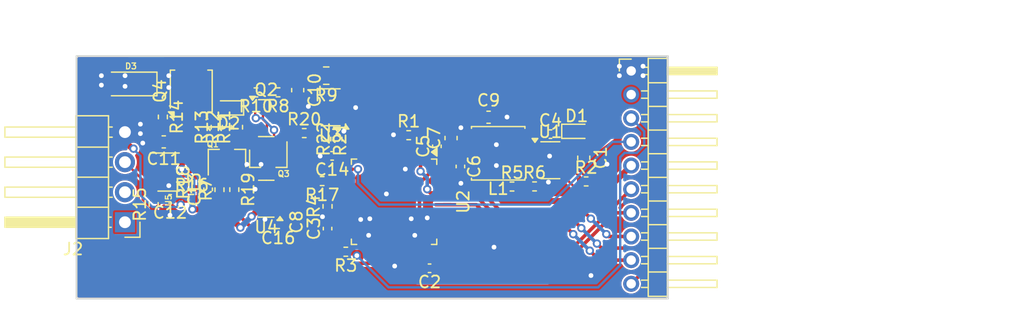
<source format=kicad_pcb>
(kicad_pcb (version 20241229) (generator "pcbnew") (generator_version "9.0")
  (layers (0 "F.Cu" mixed) (2 "B.Cu" mixed) (13 "F.Paste" user) (15 "B.Paste" user) (5 "F.SilkS" user "F.Silkscreen") (7 "B.SilkS" user "B.Silkscreen") (1 "F.Mask" user) (3 "B.Mask" user) (25 "Edge.Cuts" user))
  (net 0 "")
  (net 1 "GND")
  (net 2 "VBUS")
  (net 3 "UIN")
  (net 4 "+3V3")
  (net 5 "Net-(U5--)")
  (net 6 "C245_JUNC")
  (net 7 "IIN")
  (net 8 "USB_P")
  (net 9 "USB_N")
  (net 10 "OLED_SCL")
  (net 11 "OLED_SDA")
  (net 12 "Net-(D3-K)")
  (net 13 "Net-(D1-K)")
  (net 14 "INT_N")
  (net 15 "PWM")
  (net 16 "TTIP")
  (net 17 "Net-(Q1-C)")
  (net 18 "Net-(Q1-B)")
  (net 19 "TREF")
  (net 20 "Net-(C12-Pad1)")
  (net 21 "Net-(U5-+)")
  (net 22 "Net-(D2-A)")
  (net 23 "SW2")
  (net 24 "SW1")
  (net 25 "Net-(U1-BST)")
  (net 26 "Net-(Q2-C)")
  (net 27 "Net-(C11-Pad1)")
  (net 28 "Net-(C13-Pad2)")
  (net 29 "Net-(D2-K)")
  (net 31 "Net-(Q2-B)")
  (net 32 "Net-(Q2-E)")
  (net 33 "Net-(U1-EN)")
  (net 34 "Net-(U2-PB0)")
  (net 35 "Net-(U1-FB)")
  (net 36 "Net-(U4-Vout)")
  (net 37 "Net-(R20-Pad2)")
  (net 52 "SWDIO")
  (net 57 "SWCLK")
  (net 59 "nRST")
  (footprint "Capacitor_SMD:C_0603_1608Metric" (layer "F.Cu") (at 92.890649 108.341588 -90)
    (property "Reference" "C1")
    (property "Value" "10u 25V")
  )
  (footprint "Capacitor_SMD:C_0402_1005Metric" (layer "F.Cu") (at 90.075304 106.343445)
    (property "Reference" "C4")
    (property "Value" "100n 25V")
  )
  (footprint "Capacitor_SMD:C_0402_1005Metric" (layer "F.Cu") (at 80.468886 107.374249 90)
    (property "Reference" "C5")
    (property "Value" "0.1μF")
  )
  (footprint "Capacitor_SMD:C_0603_1608Metric" (layer "F.Cu") (at 81.667654 106.676934 90)
    (property "Reference" "C7")
    (property "Value" "1μF 25V")
  )
  (footprint "Capacitor_SMD:C_0603_1608Metric" (layer "F.Cu") (at 70.026149 113.772391 90)
    (property "Reference" "C8")
    (property "Value" "1μF 25V")
  )
  (footprint "Capacitor_SMD:C_0603_1608Metric" (layer "F.Cu") (at 84.841239 104.915331)
    (property "Reference" "C9")
    (property "Value" "10u 25V")
  )
  (footprint "Capacitor_SMD:C_0603_1608Metric" (layer "F.Cu") (at 68.7 102.625 -90)
    (property "Reference" "C10")
    (property "Value" "10u 25V")
  )
  (footprint "Capacitor_SMD:C_0603_1608Metric" (layer "F.Cu") (at 57.375 107 180)
    (property "Reference" "C11")
    (property "Value" "Csnub")
  )
  (footprint "Diode_SMD:D_SOD-123F" (layer "F.Cu") (at 54.6 102.1 180)
    (property "Reference" "D3")
    (property "Value" "B140-E3")
  )
  (footprint "Package_TO_SOT_SMD:SOT-23" (layer "F.Cu") (at 62.718789 108.394235 90)
    (property "Reference" "Q1")
    (property "Value" "SS8050")
  )
  (footprint "Package_TO_SOT_SMD:SOT-23" (layer "F.Cu") (at 66.214161 108.398074 -90)
    (property "Reference" "Q3")
    (property "Value" "SS8550")
  )
  (footprint "Package_SON:Diodes_PowerDI3333-8" (layer "F.Cu") (at 59.7 102.7 90)
    (property "Reference" "Q4")
    (property "Value" "DMP3013SFV")
  )
  (footprint "Resistor_SMD:R_0402_1005Metric" (layer "F.Cu") (at 78.087561 106.432552)
    (property "Reference" "R1")
    (property "Value" "2k37")
  )
  (footprint "Resistor_SMD:R_0402_1005Metric" (layer "F.Cu") (at 93.092668 110.344)
    (property "Reference" "R2")
    (property "Value" "2k37")
  )
  (footprint "Resistor_SMD:R_0402_1005Metric" (layer "F.Cu") (at 86.823663 110.774602)
    (property "Reference" "R5")
    (property "Value" "68k")
  )
  (footprint "Resistor_SMD:R_0402_1005Metric" (layer "F.Cu") (at 88.729879 110.765913)
    (property "Reference" "R6")
    (property "Value" "22k")
  )
  (footprint "Resistor_SMD:R_0805_2012Metric" (layer "F.Cu") (at 71.1125 101.4 180)
    (property "Reference" "R9")
    (property "Value" "10m")
  )
  (footprint "Resistor_SMD:R_0402_1005Metric" (layer "F.Cu") (at 62.709076 105.759954 90)
    (property "Reference" "R12")
    (property "Value" "20")
  )
  (footprint "Resistor_SMD:R_0402_1005Metric" (layer "F.Cu") (at 57.3 104.89 -90)
    (property "Reference" "R14")
    (property "Value" "Rsnub")
  )
  (footprint "Resistor_SMD:R_0402_1005Metric" (layer "F.Cu") (at 56.521958 112.287635 90)
    (property "Reference" "R15")
    (property "Value" "100k")
  )
  (footprint "Resistor_SMD:R_0402_1005Metric" (layer "F.Cu") (at 59.745122 111.823619)
    (property "Reference" "R16")
    (property "Value" "2k37")
  )
  (footprint "Resistor_SMD:R_0402_1005Metric" (layer "F.Cu") (at 70.76922 110.312986 180)
    (property "Reference" "R17")
    (property "Value" "2k37")
  )
  (footprint "Resistor_SMD:R_0402_1005Metric" (layer "F.Cu") (at 60.204353 110.42101 90)
    (property "Reference" "R18")
    (property "Value" "510k")
  )
  (footprint "Resistor_SMD:R_0402_1005Metric" (layer "F.Cu") (at 63.341308 111.036007 -90)
    (property "Reference" "R19")
    (property "Value" "2k37")
  )
  (footprint "Resistor_SMD:R_0402_1005Metric" (layer "F.Cu") (at 72.063002 106.762032 90)
    (property "Reference" "R22")
    (property "Value" "100k")
  )
  (footprint "Package_QFP:LQFP-48_7x7mm_P0.5mm" (layer "F.Cu") (at 76.85 112.0625 -90)
    (property "Reference" "U2")
    (property "Value" "STM32F072C8Tx")
  )
  (footprint "Package_TO_SOT_SMD:SOT-23" (layer "F.Cu") (at 66.042985 111.804878 180)
    (property "Reference" "U4")
    (property "Value" "MCP9700AT-ETT")
  )
  (footprint "Package_TO_SOT_SMD:SOT-23-5" (layer "F.Cu") (at 57.785 109.55)
    (property "Reference" "U5")
    (property "Value" "OPA340NA")
  )
  (footprint "Connector_PinHeader_2.00mm:PinHeader_1x10_P2.00mm_Horizontal" (layer "F.Cu") (at 96.9 101)
    (property "Reference" "J1" (hide yes))
    (property "Value" "Conn_01x10")
  )
  (footprint "NetTie:NetTie-2_SMD_Pad0.5mm" (layer "F.Cu") (at 54.419884 107.286216 135)
    (property "Reference" "NT1" (hide yes))
    (property "Value" "JUNC_N" (hide yes))
  )
  (footprint "Diode_SMD:D_SOD-523" (layer "F.Cu") (at 62.867372 104.128768 180)
    (property "Reference" "D2")
    (property "Value" "SD103AWT")
  )
  (footprint "Inductor_SMD:L_APV_ANR4012" (layer "F.Cu") (at 85.654555 107.963554 180)
    (property "Reference" "L1")
    (property "Value" "ANR4012T120M")
  )
  (footprint "Resistor_SMD:R_0402_1005Metric" (layer "F.Cu") (at 62.086385 111.043806 90)
    (property "Reference" "R7")
    (property "Value" "2k37")
  )
  (footprint "Resistor_SMD:R_0402_1005Metric" (layer "F.Cu") (at 69.2544 106.255785)
    (property "Reference" "R20")
    (property "Value" "49k9")
  )
  (footprint "Resistor_SMD:R_0402_1005Metric" (layer "F.Cu") (at 65.170167 102.817522 180)
    (property "Reference" "R10")
    (property "Value" "2k37")
  )
  (footprint "Capacitor_SMD:C_0402_1005Metric" (layer "F.Cu") (at 79.851569 117.687386 180)
    (property "Reference" "C2")
    (property "Value" "0.1μF")
  )
  (footprint "Capacitor_SMD:C_0402_1005Metric" (layer "F.Cu") (at 57.911856 111.814209 180)
    (property "Reference" "C12")
    (property "Value" "DNP")
  )
  (footprint "Capacitor_SMD:C_0402_1005Metric" (layer "F.Cu") (at 82.458734 109.078696 -90)
    (property "Reference" "C6")
    (property "Value" "0.1μF")
  )
  (footprint "Capacitor_SMD:C_0402_1005Metric" (layer "F.Cu") (at 67.052504 113.965929 180)
    (property "Reference" "C16")
    (property "Value" "100n 25V")
  )
  (footprint "Resistor_SMD:R_0402_1005Metric" (layer "F.Cu") (at 61.76335 105.758428 90)
    (property "Reference" "R13")
    (property "Value" "20")
  )
  (footprint "Package_TO_SOT_SMD:SOT-23-6" (layer "F.Cu") (at 90.0625 108.55)
    (property "Reference" "U1")
    (property "Value" "AOZ1282CI-1")
  )
  (footprint "Package_TO_SOT_SMD:SOT-23-5" (layer "F.Cu") (at 71.487881 104.073215 180)
    (property "Reference" "U3")
    (property "Value" "INA180A2")
  )
  (footprint "Diode_SMD:D_SOD-523" (layer "F.Cu") (at 92.288224 106.106417)
    (property "Reference" "D1")
    (property "Value" "SD103AWT")
  )
  (footprint "Package_TO_SOT_SMD:SOT-23" (layer "F.Cu") (at 66.040309 104.991288)
    (property "Reference" "Q2")
    (property "Value" "SS8050")
  )
  (footprint "Resistor_SMD:R_0402_1005Metric" (layer "F.Cu") (at 67.041661 102.809583 180)
    (property "Reference" "R8")
    (property "Value" "15k8")
  )
  (footprint "Resistor_SMD:R_0402_1005Metric" (layer "F.Cu") (at 71.223584 112.453448 90)
    (property "Reference" "R4")
    (property "Value" "2k37")
  )
  (footprint "Capacitor_SMD:C_0402_1005Metric" (layer "F.Cu") (at 71.226125 114.3325 90)
    (property "Reference" "C3")
    (property "Value" "0.1μF")
  )
  (footprint "Capacitor_SMD:C_0402_1005Metric" (layer "F.Cu") (at 71.61073 108.181271 180)
    (property "Reference" "C14")
    (property "Value" "100n 25V")
  )
  (footprint "Connector_PinHeader_2.54mm:PinHeader_1x04_P2.54mm_Horizontal" (layer "F.Cu") (at 54.092278 113.792245 180)
    (property "Reference" "J2")
    (property "Value" "C245")
  )
  (footprint "Resistor_SMD:R_0402_1005Metric" (layer "F.Cu") (at 63.654802 105.758428 90)
    (property "Reference" "R11")
    (property "Value" "20")
  )
  (footprint "Resistor_SMD:R_0402_1005Metric" (layer "F.Cu") (at 72.767621 116.288876 180)
    (property "Reference" "R3")
    (property "Value" "2k37")
  )
  (footprint "Capacitor_SMD:C_0402_1005Metric" (layer "F.Cu") (at 61.128504 111.009077 90)
    (property "Reference" "C13")
    (property "Value" "18p")
  )
  (footprint "Resistor_SMD:R_0402_1005Metric" (layer "F.Cu") (at 71.121046 106.762032 -90)
    (property "Reference" "R21")
    (property "Value" "510k")
  )
  (gr_line (start 100 120.25) (end 100 99.75) (stroke (width 0.15)) (layer "Edge.Cuts"))
  (gr_line (start 50 99.75) (end 50 120.25) (stroke (width 0.15)) (layer "Edge.Cuts"))
  (gr_line (start 50 99.75) (end 100 99.75) (stroke (width 0.15)) (layer "Edge.Cuts"))
  (gr_line (start 50 120.25) (end 100 120.25) (stroke (width 0.15)) (layer "Edge.Cuts"))
  (segment (start 82.20493 109.8125) (end 82.458734 109.558696) (width 0.3) (layer "F.Cu") (net 1))
  (segment (start 79.1 117.415817) (end 79.371569 117.687386) (width 0.3) (layer "F.Cu") (net 1))
  (segment (start 79.1 116.225) (end 79.1 117.415817) (width 0.3) (layer "F.Cu") (net 1))
  (segment (start 81.0125 109.8125) (end 82.20493 109.8125) (width 0.3) (layer "F.Cu") (net 1))
  (segment (start 71.686125 114.3125) (end 71.226125 113.8525) (width 0.3) (layer "F.Cu") (net 1))
  (segment (start 63.668789 109.394235) (end 66.210322 109.394235) (width 0.2) (layer "F.Cu") (net 1))
  (segment (start 66.210322 109.394235) (end 66.214161 109.398074) (width 0.2) (layer "F.Cu") (net 1))
  (segment (start 72.6875 114.3125) (end 71.686125 114.3125) (width 0.3) (layer "F.Cu") (net 1))
  (via (at 72.6 106.1) (size 0.7) (drill 0.4) (layers "F.Cu" "B.Cu") (net 1))
  (via (at 82.5 105.8) (size 0.7) (drill 0.4) (layers "F.Cu" "B.Cu") (net 1))
  (via (at 86.4 104.9) (size 0.7) (drill 0.4) (layers "F.Cu" "B.Cu") (net 1))
  (via (at 55.4 105.5) (size 0.7) (drill 0.4) (layers "F.Cu" "B.Cu") (net 1))
  (via (at 55.6 107.1) (size 0.7) (drill 0.4) (layers "F.Cu" "B.Cu") (net 1))
  (via (at 54.1 101.4) (size 0.7) (drill 0.4) (layers "F.Cu" "B.Cu") (net 1))
  (via (at 52.1 101.4) (size 0.7) (drill 0.4) (layers "F.Cu" "B.Cu") (net 1))
  (via (at 78.3 113.5) (size 0.7) (drill 0.4) (layers "F.Cu" "B.Cu") (net 1))
  (via (at 89.9 110.4) (size 0.7) (drill 0.4) (layers "F.Cu" "B.Cu") (net 1))
  (via (at 74.8 113.5) (size 0.7) (drill 0.4) (layers "F.Cu" "B.Cu") (net 1))
  (via (at 85.5 109) (size 0.7) (drill 0.4) (layers "F.Cu" "B.Cu") (net 1))
  (via (at 54.1 102.3) (size 0.7) (drill 0.4) (layers "F.Cu" "B.Cu") (net 1))
  (via (at 85.3 115.9) (size 0.7) (drill 0.4) (layers "F.Cu" "B.Cu") (net 1))
  (via (at 76.9 117.5) (size 0.7) (drill 0.4) (layers "F.Cu" "B.Cu") (net 1))
  (via (at 90 108.2) (size 0.7) (drill 0.4) (layers "F.Cu" "B.Cu") (net 1))
  (via (at 77.8 109.3) (size 0.7) (drill 0.4) (layers "F.Cu" "B.Cu") (net 1))
  (via (at 70.796835 113.328778) (size 0.7) (drill 0.4) (layers "F.Cu" "B.Cu") (net 1))
  (via (at 94.855756 108.888863) (size 0.7) (drill 0.4) (layers "F.Cu" "B.Cu") (net 1))
  (via (at 76.8 106.4) (size 0.7) (drill 0.4) (layers "F.Cu" "B.Cu") (net 1))
  (via (at 74.7 114.9) (size 0.7) (drill 0.4) (layers "F.Cu" "B.Cu") (net 1))
  (via (at 74.027693 113.562775) (size 0.7) (drill 0.4) (layers "F.Cu" "B.Cu") (net 1))
  (via (at 57.8 110.7) (size 0.7) (drill 0.4) (layers "F.Cu" "B.Cu") (net 1))
  (via (at 55.4 106.3) (size 0.7) (drill 0.4) (layers "F.Cu" "B.Cu") (net 1))
  (via (at 82.5 110.5) (size 0.7) (drill 0.4) (layers "F.Cu" "B.Cu") (net 1))
  (via (at 97.9 101.4) (size 0.7) (drill 0.4) (layers "F.Cu" "B.Cu") (net 1))
  (via (at 69.6 104) (size 0.7) (drill 0.4) (layers "F.Cu" "B.Cu") (net 1))
  (via (at 65.1 111) (size 0.7) (drill 0.4) (layers "F.Cu" "B.Cu") (net 1))
  (via (at 57.8 102.4) (size 0.7) (drill 0.4) (layers "F.Cu" "B.Cu") (net 1))
  (via (at 70.6 108.2) (size 0.7) (drill 0.4) (layers "F.Cu" "B.Cu") (net 1))
  (via (at 78.6 114.9) (size 0.7) (drill 0.4) (layers "F.Cu" "B.Cu") (net 1))
  (via (at 57.9 113.2) (size 0.7) (drill 0.4) (layers "F.Cu" "B.Cu") (net 1))
  (via (at 95.9 101.4) (size 0.7) (drill 0.4) (layers "F.Cu" "B.Cu") (net 1))
  (via (at 65.93374 113.545973) (size 0.7) (drill 0.4) (layers "F.Cu" "B.Cu") (net 1))
  (via (at 76.2 111.4) (size 0.7) (drill 0.4) (layers "F.Cu" "B.Cu") (net 1))
  (via (at 65.6 108.9) (size 0.7) (drill 0.4) (layers "F.Cu" "B.Cu") (net 1))
  (via (at 79.653761 113.426352) (size 0.7) (drill 0.4) (layers "F.Cu" "B.Cu") (net 1))
  (via (at 52.1 102.2) (size 0.7) (drill 0.4) (layers "F.Cu" "B.Cu") (net 1))
  (via (at 85.499703 107.234198) (size 0.7) (drill 0.4) (layers "F.Cu" "B.Cu") (net 1))
  (via (at 57.8 101.4) (size 0.7) (drill 0.4) (layers "F.Cu" "B.Cu") (net 1))
  (via (at 93.5 118.3) (size 0.7) (drill 0.4) (layers "F.Cu" "B.Cu") (net 1))
  (via (at 73.6 104.1) (size 0.7) (drill 0.4) (layers "F.Cu" "B.Cu") (net 1))
  (via (at 97.9 100.6) (size 0.7) (drill 0.4) (layers "F.Cu" "B.Cu") (net 1))
  (via (at 64.4 108.9) (size 0.7) (drill 0.4) (layers "F.Cu" "B.Cu") (net 1))
  (via (at 95.9 100.6) (size 0.7) (drill 0.4) (layers "F.Cu" "B.Cu") (net 1))
  (segment (start 93.027668 110.919) (end 92.2 110.919) (width 0.2) (layer "F.Cu") (net 2))
  (segment (start 72.625381 103.123215) (end 72.623215 103.123215) (width 0.2) (layer "F.Cu") (net 2))
  (segment (start 70.350381 105.023215) (end 72.025 103.348596) (width 0.2) (layer "F.Cu") (net 2))
  (segment (start 90.2 109.739414) (end 90.2 108.887501) (width 0.2) (layer "F.Cu") (net 2))
  (segment (start 69.97697 105.023215) (end 70.350381 105.023215) (width 0.154) (layer "F.Cu") (net 2))
  (segment (start 92.890649 107.566588) (end 91.907237 108.55) (width 0.5) (layer "F.Cu") (net 2))
  (segment (start 90.2 108.887501) (end 90.537501 108.55) (width 0.2) (layer "F.Cu") (net 2))
  (segment (start 91.381 110.1) (end 90.560586 110.1) (width 0.2) (layer "F.Cu") (net 2))
  (segment (start 72.623215 103.123215) (end 72.025 102.525) (width 0.2) (layer "F.Cu") (net 2))
  (segment (start 68.7444 106.255785) (end 69.97697 105.023215) (width 0.154) (layer "F.Cu") (net 2))
  (segment (start 90.537501 108.55) (end 91.2 108.55) (width 0.2) (layer "F.Cu") (net 2))
  (segment (start 72.025 102.525) (end 72.025 101.4) (width 0.2) (layer "F.Cu") (net 2))
  (segment (start 90.560586 110.1) (end 90.2 109.739414) (width 0.2) (layer "F.Cu") (net 2))
  (segment (start 93.602668 110.344) (end 93.027668 110.919) (width 0.2) (layer "F.Cu") (net 2))
  (segment (start 91.907237 108.55) (end 91.2 108.55) (width 0.5) (layer "F.Cu") (net 2))
  (segment (start 72.025 103.348596) (end 72.025 101.4) (width 0.2) (layer "F.Cu") (net 2))
  (segment (start 92.2 110.919) (end 91.381 110.1) (width 0.2) (layer "F.Cu") (net 2))
  (segment (start 73.818729 108.181271) (end 74.1 107.9) (width 0.154) (layer "F.Cu") (net 3))
  (segment (start 72.09073 108.181271) (end 73.818729 108.181271) (width 0.154) (layer "F.Cu") (net 3))
  (segment (start 72.063002 108.153543) (end 72.09073 108.181271) (width 0.154) (layer "F.Cu") (net 3))
  (segment (start 71.121046 107.272032) (end 72.063002 107.272032) (width 0.154) (layer "F.Cu") (net 3))
  (segment (start 72.063002 107.272032) (end 72.063002 108.153543) (width 0.154) (layer "F.Cu") (net 3))
  (segment (start 74.4 114.2) (end 79 114.2) (width 0.3) (layer "F.Cu") (net 4))
  (segment (start 80.468886 107.854249) (end 81.714287 107.854249) (width 0.3) (layer "F.Cu") (net 4))
  (segment (start 86.313663 108.713663) (end 85.563554 107.963554) (width 0.2) (layer "F.Cu") (net 4))
  (segment (start 81.714287 107.854249) (end 82.458734 108.598696) (width 0.3) (layer "F.Cu") (net 4))
  (segment (start 80.1875 109.3125) (end 81.0125 109.3125) (width 0.3) (layer "F.Cu") (net 4))
  (segment (start 72.6875 114.8125) (end 73.7875 114.8125) (width 0.3) (layer "F.Cu") (net 4))
  (segment (start 58.9 108.615) (end 58.885 108.6) (width 0.5) (layer "F.Cu") (net 4))
  (segment (start 62.307683 112.7) (end 63.853841 114.246158) (width 0.5) (layer "F.Cu") (net 4))
  (segment (start 81.74493 109.3125) (end 82.458734 108.598696) (width 0.3) (layer "F.Cu") (net 4))
  (segment (start 84.154555 107.963554) (end 84.154555 105.003647) (width 0.8) (layer "F.Cu") (net 4))
  (segment (start 59.8 112.7) (end 62.307683 112.7) (width 0.5) (layer "F.Cu") (net 4))
  (segment (start 81.0125 109.3125) (end 81.74493 109.3125) (width 0.3) (layer "F.Cu") (net 4))
  (segment (start 82.179274 107.963554) (end 81.667654 107.451934) (width 0.8) (layer "F.Cu") (net 4))
  (segment (start 65.345122 112.754878) (end 64.8 113.3) (width 0.5) (layer "F.Cu") (net 4))
  (segment (start 86.313663 110.774602) (end 86.313663 108.713663) (width 0.2) (layer "F.Cu") (net 4))
  (segment (start 79 114.2) (end 79 110.5) (width 0.3) (layer "F.Cu") (net 4))
  (segment (start 79 110.5) (end 80.1875 109.3125) (width 0.3) (layer "F.Cu") (net 4))
  (segment (start 80.468886 107.854249) (end 79.645751 107.854249) (width 0.3) (layer "F.Cu") (net 4))
  (segment (start 84.154555 107.963554) (end 82.179274 107.963554) (width 0.8) (layer "F.Cu") (net 4))
  (segment (start 75.6 108.67698) (end 75.6 107.9) (width 0.3) (layer "F.Cu") (net 4))
  (segment (start 84.154555 110.154555) (end 86 112) (width 0.5) (layer "F.Cu") (net 4))
  (segment (start 93.9 112) (end 96.9 109) (width 0.5) (layer "F.Cu") (net 4))
  (segment (start 67.532504 113.965929) (end 67.532504 113.306897) (width 0.3) (layer "F.Cu") (net 4))
  (segment (start 68.379075 114.8125) (end 67.532504 113.965929) (width 0.3) (layer "F.Cu") (net 4))
  (segment (start 79.645751 107.854249) (end 79.6 107.9) (width 0.3) (layer "F.Cu") (net 4))
  (segment (start 85.563554 107.963554) (end 84.154555 107.963554) (width 0.2) (layer "F.Cu") (net 4))
  (segment (start 72.257621 115.242379) (end 72.6875 114.8125) (width 0.3) (layer "F.Cu") (net 4))
  (segment (start 79.6 114.8) (end 79.6 116.225) (width 0.3) (layer "F.Cu") (net 4))
  (segment (start 77.42302 110.5) (end 75.6 108.67698) (width 0.3) (layer "F.Cu") (net 4))
  (segment (start 84.154555 107.963554) (end 84.154555 110.154555) (width 0.5) (layer "F.Cu") (net 4))
  (segment (start 72.6875 114.8125) (end 68.379075 114.8125) (width 0.3) (layer "F.Cu") (net 4))
  (segment (start 80.331569 116.956569) (end 79.6 116.225) (width 0.3) (layer "F.Cu") (net 4))
  (segment (start 84.154555 105.003647) (end 84.066239 104.915331) (width 0.8) (layer "F.Cu") (net 4))
  (segment (start 72.257621 116.288876) (end 72.257621 115.242379) (width 0.3) (layer "F.Cu") (net 4))
  (segment (start 73.7875 114.8125) (end 74.4 114.2) (width 0.3) (layer "F.Cu") (net 4))
  (segment (start 80.331569 117.687386) (end 80.331569 116.956569) (width 0.3) (layer "F.Cu") (net 4))
  (segment (start 67.532504 113.306897) (end 66.980485 112.754878) (width 0.3) (layer "F.Cu") (net 4))
  (segment (start 58.9 109.3) (end 58.9 108.615) (width 0.5) (layer "F.Cu") (net 4))
  (segment (start 79 114.2) (end 79.6 114.8) (width 0.3) (layer "F.Cu") (net 4))
  (segment (start 66.980485 112.754878) (end 65.345122 112.754878) (width 0.5) (layer "F.Cu") (net 4))
  (segment (start 79 110.5) (end 77.42302 110.5) (width 0.3) (layer "F.Cu") (net 4))
  (segment (start 86 112) (end 93.9 112) (width 0.5) (layer "F.Cu") (net 4))
  (via (at 63.853841 114.246158) (size 0.7) (drill 0.4) (layers "F.Cu" "B.Cu") (net 4))
  (via (at 64.8 113.3) (size 0.7) (drill 0.4) (layers "F.Cu" "B.Cu") (net 4))
  (via (at 59.8 112.7) (size 0.7) (drill 0.4) (layers "F.Cu" "B.Cu") (net 4))
  (via (at 58.9 109.3) (size 0.7) (drill 0.4) (layers "F.Cu" "B.Cu") (net 4))
  (segment (start 64.8 113.3) (end 63.853841 114.246158) (width 0.5) (layer "B.Cu") (net 4))
  (segment (start 59.8 112.7) (end 59.8 110.2) (width 0.5) (layer "B.Cu") (net 4))
  (segment (start 59.8 110.2) (end 58.9 109.3) (width 0.5) (layer "B.Cu") (net 4))
  (segment (start 60.255122 110.981779) (end 60.204353 110.93101) (width 0.2) (layer "F.Cu") (net 5))
  (segment (start 59.773343 110.5) (end 60.204353 110.93101) (width 0.2) (layer "F.Cu") (net 5))
  (segment (start 60.255122 111.823619) (end 60.255122 110.981779) (width 0.2) (layer "F.Cu") (net 5))
  (segment (start 61.128504 111.489077) (end 60.589664 111.489077) (width 0.2) (layer "F.Cu") (net 5))
  (segment (start 60.589664 111.489077) (end 60.255122 111.823619) (width 0.2) (layer "F.Cu") (net 5))
  (segment (start 58.885 110.5) (end 59.773343 110.5) (width 0.2) (layer "F.Cu") (net 5))
  (segment (start 56.521958 112.797635) (end 56.521958 112.724107) (width 0.2) (layer "F.Cu") (net 6))
  (segment (start 55.6 110.219967) (end 54.092278 108.712245) (width 0.2) (layer "F.Cu") (net 6))
  (segment (start 56.521958 112.797635) (end 55.6 111.875677) (width 0.2) (layer "F.Cu") (net 6))
  (segment (start 54.104523 108.7) (end 54.092278 108.712245) (width 0.2) (layer "F.Cu") (net 6))
  (segment (start 56.521958 112.724107) (end 57.431856 111.814209) (width 0.2) (layer "F.Cu") (net 6))
  (segment (start 55.6 111.875677) (end 55.6 110.219967) (width 0.2) (layer "F.Cu") (net 6))
  (segment (start 75.1 107.9) (end 75.1 106.835335) (width 0.3) (layer "F.Cu") (net 7))
  (segment (start 75.1 106.835335) (end 73.28788 105.023215) (width 0.3) (layer "F.Cu") (net 7))
  (segment (start 73.28788 105.023215) (end 72.625381 105.023215) (width 0.3) (layer "F.Cu") (net 7))
  (segment (start 78.1 116.225) (end 78.1 117.359023) (width 0.3) (layer "F.Cu") (net 8))
  (segment (start 89.597614 118.302386) (end 96.9 111) (width 0.3) (layer "F.Cu") (net 8))
  (segment (start 78.1 117.359023) (end 79.043363 118.302386) (width 0.3) (layer "F.Cu") (net 8))
  (segment (start 79.043363 118.302386) (end 89.597614 118.302386) (width 0.3) (layer "F.Cu") (net 8))
  (segment (start 78.854896 118.757386) (end 89.8 118.757386) (width 0.3) (layer "F.Cu") (net 9))
  (segment (start 77.6 116.225) (end 77.6 117.50249) (width 0.3) (layer "F.Cu") (net 9))
  (segment (start 89.8 118.757386) (end 89.8 118.743468) (width 0.3) (layer "F.Cu") (net 9))
  (segment (start 89.8 118.743468) (end 95.543468 113) (width 0.3) (layer "F.Cu") (net 9))
  (segment (start 95.543468 113) (end 96.9 113) (width 0.3) (layer "F.Cu") (net 9))
  (segment (start 77.6 117.50249) (end 78.854896 118.757386) (width 0.3) (layer "F.Cu") (net 9))
  (segment (start 92 114.8) (end 91.1 113.9) (width 0.3) (layer "F.Cu") (net 10))
  (segment (start 96.9 117) (end 94.2 117) (width 0.3) (layer "F.Cu") (net 10))
  (segment (start 85.3875 113.9) (end 83.8 112.3125) (width 0.3) (layer "F.Cu") (net 10))
  (segment (start 83.8 112.3125) (end 81.0125 112.3125) (width 0.3) (layer "F.Cu") (net 10))
  (segment (start 91.1 113.9) (end 85.3875 113.9) (width 0.3) (layer "F.Cu") (net 10))
  (segment (start 94.2 117) (end 93.4 116.2) (width 0.3) (layer "F.Cu") (net 10))
  (via (at 92 114.8) (size 0.7) (drill 0.4) (layers "F.Cu" "B.Cu") (net 10))
  (via (at 93.4 116.2) (size 0.7) (drill 0.4) (layers "F.Cu" "B.Cu") (net 10))
  (segment (start 93.4 116.2) (end 92 114.8) (width 0.3) (layer "B.Cu") (net 10))
  (segment (start 92.68504 114.290063) (end 91.697488 113.302512) (width 0.3) (layer "F.Cu") (net 11))
  (segment (start 97.88 116.59407) (end 97.26593 115.98) (width 0.3) (layer "F.Cu") (net 11))
  (segment (start 84 111.8125) (end 81.0125 111.8125) (width 0.3) (layer "F.Cu") (net 11))
  (segment (start 94.387742 115.98) (end 94.003871 115.596129) (width 0.3) (layer "F.Cu") (net 11))
  (segment (start 97.88 118.02) (end 97.88 116.59407) (width 0.3) (layer "F.Cu") (net 11))
  (segment (start 85.490012 113.302512) (end 84 111.8125) (width 0.3) (layer "F.Cu") (net 11))
  (segment (start 91.697488 113.302512) (end 85.490012 113.302512) (width 0.3) (layer "F.Cu") (net 11))
  (segment (start 97.26593 115.98) (end 94.387742 115.98) (width 0.3) (layer "F.Cu") (net 11))
  (segment (start 96.9 119) (end 97.88 118.02) (width 0.3) (layer "F.Cu") (net 11))
  (via (at 92.68504 114.290063) (size 0.7) (drill 0.4) (layers "F.Cu" "B.Cu") (net 11))
  (via (at 94.003871 115.596129) (size 0.7) (drill 0.4) (layers "F.Cu" "B.Cu") (net 11))
  (segment (start 94.003871 115.596129) (end 93.991106 115.596129) (width 0.3) (layer "B.Cu") (net 11))
  (segment (start 93.991106 115.596129) (end 92.68504 114.290063) (width 0.3) (layer "B.Cu") (net 11))
  (segment (start 90.555304 106.955304) (end 91.2 107.6) (width 0.5) (layer "F.Cu") (net 13))
  (segment (start 91.588224 106.106417) (end 90.792332 106.106417) (width 0.5) (layer "F.Cu") (net 13))
  (segment (start 90.792332 106.106417) (end 90.555304 106.343445) (width 0.5) (layer "F.Cu") (net 13))
  (segment (start 90.555304 106.343445) (end 90.555304 106.033446) (width 0.5) (layer "F.Cu") (net 13))
  (segment (start 87.154555 107.645445) (end 87.154555 107.963554) (width 0.5) (layer "F.Cu") (net 13))
  (segment (start 90.150303 105.628445) (end 89.171555 105.628445) (width 0.5) (layer "F.Cu") (net 13))
  (segment (start 90.555304 106.033446) (end 90.150303 105.628445) (width 0.5) (layer "F.Cu") (net 13))
  (segment (start 89.171555 105.628445) (end 87.154555 107.645445) (width 0.5) (layer "F.Cu") (net 13))
  (segment (start 90.555304 106.343445) (end 90.555304 106.955304) (width 0.5) (layer "F.Cu") (net 13))
  (segment (start 73.277621 116.288876) (end 74.036124 116.288876) (width 0.3) (layer "F.Cu") (net 14))
  (segment (start 73.7 116.6135) (end 74.024624 116.288876) (width 0.2) (layer "F.Cu") (net 14))
  (segment (start 74.024624 116.288876) (end 74.036124 116.288876) (width 0.2) (layer "F.Cu") (net 14))
  (segment (start 74.036124 116.288876) (end 74.1 116.225) (width 0.3) (layer "F.Cu") (net 14))
  (via (at 73.7 116.6135) (size 0.7) (drill 0.4) (layers "F.Cu" "B.Cu") (net 14))
  (segment (start 95.97 108.3) (end 95.97 117.43) (width 0.2) (layer "B.Cu") (net 14))
  (segment (start 95.97 108.3) (end 96.34 107.93) (width 0.2) (layer "B.Cu") (net 14))
  (segment (start 94.1 119.3) (end 76.3865 119.3) (width 0.2) (layer "B.Cu") (net 14))
  (segment (start 96.34 107.93) (end 97.37 107.93) (width 0.2) (layer "B.Cu") (net 14))
  (segment (start 98 107.3) (end 98 106.1) (width 0.2) (layer "B.Cu") (net 14))
  (segment (start 97.37 107.93) (end 98 107.3) (width 0.2) (layer "B.Cu") (net 14))
  (segment (start 95.97 117.43) (end 94.1 119.3) (width 0.2) (layer "B.Cu") (net 14))
  (segment (start 76.3865 119.3) (end 73.7 116.6135) (width 0.2) (layer "B.Cu") (net 14))
  (segment (start 98 106.1) (end 96.9 105) (width 0.2) (layer "B.Cu") (net 14))
  (segment (start 75.83448 117.2675) (end 76.1 117.00198) (width 0.3) (layer "F.Cu") (net 15))
  (segment (start 76.1 117.00198) (end 76.1 116.225) (width 0.3) (layer "F.Cu") (net 15))
  (segment (start 67.800079 117.2675) (end 75.83448 117.2675) (width 0.3) (layer "F.Cu") (net 15))
  (segment (start 62.086385 111.553806) (end 67.800079 117.2675) (width 0.3) (layer "F.Cu") (net 15))
  (segment (start 64.564437 110.322878) (end 63.341308 111.546007) (width 0.154) (layer "F.Cu") (net 16))
  (segment (start 74.6 107.162501) (end 74.207531 106.770032) (width 0.154) (layer "F.Cu") (net 16))
  (segment (start 74.207531 106.770032) (end 70.529968 106.770032) (width 0.154) (layer "F.Cu") (net 16))
  (segment (start 70.529968 106.770032) (end 66.977122 110.322878) (width 0.154) (layer "F.Cu") (net 16))
  (segment (start 66.977122 110.322878) (end 64.564437 110.322878) (width 0.154) (layer "F.Cu") (net 16))
  (segment (start 74.6 107.9) (end 74.6 107.162501) (width 0.154) (layer "F.Cu") (net 16))
  (segment (start 66.095309 103.232664) (end 66.10858 103.232664) (width 0.2) (layer "F.Cu") (net 17))
  (segment (start 66.095309 104.363202) (end 66.095309 103.232664) (width 0.2) (layer "F.Cu") (net 17))
  (segment (start 66.10858 103.232664) (end 66.531661 102.809583) (width 0.2) (layer "F.Cu") (net 17))
  (segment (start 66.095309 105.423202) (end 65.764161 105.092054) (width 0.2) (layer "F.Cu") (net 17))
  (segment (start 65.764161 105.092054) (end 65.764161 104.69435) (width 0.2) (layer "F.Cu") (net 17))
  (segment (start 66.095309 107.926926) (end 66.095309 105.423202) (width 0.2) (layer "F.Cu") (net 17))
  (segment (start 65.764161 104.69435) (end 66.095309 104.363202) (width 0.2) (layer "F.Cu") (net 17))
  (segment (start 63.427628 108.103074) (end 65.919161 108.103074) (width 0.2) (layer "F.Cu") (net 17))
  (segment (start 62.718789 107.394235) (end 63.427628 108.103074) (width 0.2) (layer "F.Cu") (net 17))
  (segment (start 66.095309 103.232664) (end 65.680167 102.817522) (width 0.2) (layer "F.Cu") (net 17))
  (segment (start 65.919161 108.103074) (end 66.095309 107.926926) (width 0.2) (layer "F.Cu") (net 17))
  (segment (start 62.086385 109.711831) (end 61.768789 109.394235) (width 0.3) (layer "F.Cu") (net 18))
  (segment (start 62.086385 110.533806) (end 62.086385 109.711831) (width 0.3) (layer "F.Cu") (net 18))
  (segment (start 71.279706 110.3125) (end 71.27922 110.312986) (width 0.3) (layer "F.Cu") (net 19))
  (segment (start 72.6875 110.3125) (end 71.279706 110.3125) (width 0.3) (layer "F.Cu") (net 19))
  (segment (start 58.8 112.3) (end 58.8 111.814209) (width 0.2) (layer "F.Cu") (net 20))
  (segment (start 58.8 111.814209) (end 59.225712 111.814209) (width 0.2) (layer "F.Cu") (net 20))
  (segment (start 58.391856 111.814209) (end 58.8 111.814209) (width 0.2) (layer "F.Cu") (net 20))
  (segment (start 59.225712 111.814209) (end 59.235122 111.823619) (width 0.2) (layer "F.Cu") (net 20))
  (via (at 54.818203 107.569286) (size 0.7) (drill 0.4) (layers "F.Cu" "B.Cu") (net 20))
  (via (at 58.8 112.3) (size 0.7) (drill 0.4) (layers "F.Cu" "B.Cu") (net 20))
  (segment (start 55.4 108.2) (end 55.4 111.5) (width 0.2) (layer "B.Cu") (net 20))
  (segment (start 55.4 111.5) (end 56.4 112.5) (width 0.2) (layer "B.Cu") (net 20))
  (segment (start 54.818203 107.618203) (end 54.818203 107.569286) (width 0.2) (layer "B.Cu") (net 20))
  (segment (start 56.4 112.5) (end 58.6 112.5) (width 0.2) (layer "B.Cu") (net 20))
  (segment (start 58.6 112.5) (end 58.8 112.3) (width 0.2) (layer "B.Cu") (net 20))
  (segment (start 55.4 108.2) (end 54.818203 107.618203) (width 0.2) (layer "B.Cu") (net 20))
  (segment (start 56.521958 110.663042) (end 56.685 110.5) (width 0.2) (layer "F.Cu") (net 21))
  (segment (start 56.521958 111.777635) (end 56.521958 110.663042) (width 0.2) (layer "F.Cu") (net 21))
  (segment (start 62.167372 104.128768) (end 60.746232 104.128768) (width 0.2) (layer "F.Cu") (net 22))
  (segment (start 61.76335 105.248428) (end 61.76335 104.53279) (width 0.2) (layer "F.Cu") (net 22))
  (segment (start 60.746232 104.128768) (end 60.675 104.2) (width 0.2) (layer "F.Cu") (net 22))
  (segment (start 61.76335 104.53279) (end 62.167372 104.128768) (width 0.2) (layer "F.Cu") (net 22))
  (segment (start 79.087552 109.487552) (end 79.087552 107.912448) (width 0.3) (layer "F.Cu") (net 23))
  (segment (start 79.9125 111.3125) (end 79.654 111.054) (width 0.3) (layer "F.Cu") (net 23))
  (segment (start 84.3125 111.3125) (end 81.0125 111.3125) (width 0.3) (layer "F.Cu") (net 23))
  (segment (start 96.9 115) (end 95 115) (width 0.3) (layer "F.Cu") (net 23))
  (segment (start 79.1 107.9) (end 79.1 106.934991) (width 0.3) (layer "F.Cu") (net 23))
  (segment (start 85.8 112.8) (end 84.3125 111.3125) (width 0.3) (layer "F.Cu") (net 23))
  (segment (start 95 115) (end 94.8 114.8) (width 0.3) (layer "F.Cu") (net 23))
  (segment (start 93.487552 113.487552) (end 92.8 112.8) (width 0.3) (layer "F.Cu") (net 23))
  (segment (start 79.087552 107.912448) (end 79.1 107.9) (width 0.3) (layer "F.Cu") (net 23))
  (segment (start 81.0125 111.3125) (end 79.9125 111.3125) (width 0.3) (layer "F.Cu") (net 23))
  (segment (start 92.8 112.8) (end 85.8 112.8) (width 0.3) (layer "F.Cu") (net 23))
  (segment (start 79.1 106.934991) (end 78.597561 106.432552) (width 0.3) (layer "F.Cu") (net 23))
  (segment (start 79.654 111.054) (end 79.654 111) (width 0.3) (layer "F.Cu") (net 23))
  (via (at 79.087552 109.487552) (size 0.7) (drill 0.4) (layers "F.Cu" "B.Cu") (net 23))
  (via (at 79.654 111) (size 0.7) (drill 0.4) (layers "F.Cu" "B.Cu") (net 23))
  (via (at 94.8 114.8) (size 0.7) (drill 0.4) (layers "F.Cu" "B.Cu") (net 23))
  (via (at 93.487552 113.487552) (size 0.7) (drill 0.4) (layers "F.Cu" "B.Cu") (net 23))
  (segment (start 94.8 114.8) (end 93.487552 113.487552) (width 0.3) (layer "B.Cu") (net 23))
  (segment (start 79.654 110.054) (end 79.087552 109.487552) (width 0.3) (layer "B.Cu") (net 23))
  (segment (start 79.654 111) (end 79.654 110.054) (width 0.3) (layer "B.Cu") (net 23))
  (segment (start 72.7 109.3) (end 72.6875 109.3125) (width 0.2) (layer "F.Cu") (net 24))
  (segment (start 73.8 109.3) (end 72.7 109.3) (width 0.2) (layer "F.Cu") (net 24))
  (via (at 73.8 109.3) (size 0.7) (drill 0.4) (layers "F.Cu" "B.Cu") (net 24))
  (segment (start 96.9 107) (end 95.3 107) (width 0.2) (layer "B.Cu") (net 24))
  (segment (start 90 112.3) (end 75.6 112.3) (width 0.2) (layer "B.Cu") (net 24))
  (segment (start 75.6 112.3) (end 73.8 110.5) (width 0.2) (layer "B.Cu") (net 24))
  (segment (start 95.3 107) (end 91.1 111.2) (width 0.2) (layer "B.Cu") (net 24))
  (segment (start 91.1 111.2) (end 90 112.3) (width 0.2) (layer "B.Cu") (net 24))
  (segment (start 73.8 110.5) (end 73.8 109.3) (width 0.2) (layer "B.Cu") (net 24))
  (segment (start 89.595304 106.343445) (end 89.595304 106.929696) (width 0.5) (layer "F.Cu") (net 25))
  (segment (start 89.595304 106.929696) (end 88.925 107.6) (width 0.5) (layer "F.Cu") (net 25))
  (segment (start 66.977809 104.991288) (end 67.551661 104.417436) (width 0.2) (layer "F.Cu") (net 26))
  (segment (start 70.350381 101.550381) (end 70.2 101.4) (width 0.2) (layer "F.Cu") (net 26))
  (segment (start 67.551661 104.417436) (end 67.551661 102.809583) (width 0.2) (layer "F.Cu") (net 26))
  (segment (start 70.350381 103.123215) (end 70.350381 101.550381) (width 0.2) (layer "F.Cu") (net 26))
  (segment (start 58.15 107) (end 58.15 106.25) (width 0.5) (layer "F.Cu") (net 27))
  (segment (start 58.15 106.25) (end 57.3 105.4) (width 0.5) (layer "F.Cu") (net 27))
  (segment (start 61.128504 110.529077) (end 61.635233 111.035806) (width 0.154) (layer "F.Cu") (net 28))
  (segment (start 61.635233 111.035806) (end 62.831509 111.035806) (width 0.154) (layer "F.Cu") (net 28))
  (segment (start 60.204353 109.91101) (end 58.41101 109.91101) (width 0.2) (layer "F.Cu") (net 28))
  (segment (start 61.128504 110.529077) (end 60.82242 110.529077) (width 0.3) (layer "F.Cu") (net 28))
  (segment (start 57.1 108.6) (end 56.685 108.6) (width 0.2) (layer "F.Cu") (net 28))
  (segment (start 60.82242 110.529077) (end 60.204353 109.91101) (width 0.3) (layer "F.Cu") (net 28))
  (segment (start 58.41101 109.91101) (end 57.1 108.6) (width 0.2) (layer "F.Cu") (net 28))
  (segment (start 62.831509 111.035806) (end 63.341308 110.526007) (width 0.154) (layer "F.Cu") (net 28))
  (segment (start 63.653276 105.249954) (end 63.654802 105.248428) (width 0.2) (layer "F.Cu") (net 29))
  (segment (start 62.709076 105.249954) (end 63.653276 105.249954) (width 0.2) (layer "F.Cu") (net 29))
  (segment (start 63.654802 105.248428) (end 63.654802 104.216198) (width 0.2) (layer "F.Cu") (net 29))
  (segment (start 63.654802 104.216198) (end 63.567372 104.128768) (width 0.2) (layer "F.Cu") (net 29))
  (segment (start 66.699309 106.933222) (end 67.164161 107.398074) (width 0.2) (layer "F.Cu") (net 31))
  (segment (start 66.699309 105.988226) (end 66.699309 106.933222) (width 0.2) (layer "F.Cu") (net 31))
  (segment (start 64.660167 103.598646) (end 65.102809 104.041288) (width 0.2) (layer "F.Cu") (net 31))
  (segment (start 65.102809 104.041288) (end 65.102809 104.930874) (width 0.2) (layer "F.Cu") (net 31))
  (segment (start 64.660167 102.817522) (end 64.660167 103.598646) (width 0.2) (layer "F.Cu") (net 31))
  (segment (start 65.102809 104.930874) (end 65.160161 104.988226) (width 0.2) (layer "F.Cu") (net 31))
  (via (at 65.160161 104.988226) (size 0.7) (drill 0.4) (layers "F.Cu" "B.Cu") (net 31))
  (via (at 66.699309 105.988226) (size 0.7) (drill 0.4) (layers "F.Cu" "B.Cu") (net 31))
  (segment (start 65.160161 104.988226) (end 65.699309 104.988226) (width 0.2) (layer "B.Cu") (net 31))
  (segment (start 65.699309 104.988226) (end 66.699309 105.988226) (width 0.2) (layer "B.Cu") (net 31))
  (segment (start 64.775669 106.268428) (end 65.102809 105.941288) (width 0.2) (layer "F.Cu") (net 32))
  (segment (start 63.654802 106.268428) (end 64.775669 106.268428) (width 0.2) (layer "F.Cu") (net 32))
  (segment (start 62.70755 106.268428) (end 62.709076 106.269954) (width 0.2) (layer "F.Cu") (net 32))
  (segment (start 65.264161 107.398074) (end 65.264161 106.10264) (width 0.2) (layer "F.Cu") (net 32))
  (segment (start 63.653276 106.269954) (end 63.654802 106.268428) (width 0.2) (layer "F.Cu") (net 32))
  (segment (start 62.709076 106.269954) (end 63.653276 106.269954) (width 0.2) (layer "F.Cu") (net 32))
  (segment (start 65.264161 106.10264) (end 65.102809 105.941288) (width 0.2) (layer "F.Cu") (net 32))
  (segment (start 61.76335 106.268428) (end 62.70755 106.268428) (width 0.2) (layer "F.Cu") (net 32))
  (segment (start 92.582668 109.982668) (end 92.1 109.5) (width 0.2) (layer "F.Cu") (net 33))
  (segment (start 92.582668 110.344) (end 92.582668 109.982668) (width 0.2) (layer "F.Cu") (net 33))
  (segment (start 92.1 109.5) (end 91.2 109.5) (width 0.2) (layer "F.Cu") (net 33))
  (segment (start 71.354532 111.8125) (end 71.223584 111.943448) (width 0.3) (layer "F.Cu") (net 34))
  (segment (start 72.6875 111.8125) (end 71.354532 111.8125) (width 0.3) (layer "F.Cu") (net 34))
  (segment (start 88.219879 110.205121) (end 88.925 109.5) (width 0.2) (layer "F.Cu") (net 35))
  (segment (start 88.219879 110.765913) (end 88.219879 110.205121) (width 0.2) (layer "F.Cu") (net 35))
  (segment (start 88.21119 110.774602) (end 88.219879 110.765913) (width 0.2) (layer "F.Cu") (net 35))
  (segment (start 87.333663 110.774602) (end 88.21119 110.774602) (width 0.2) (layer "F.Cu") (net 35))
  (segment (start 70.25922 110.312986) (end 69.717328 110.854878) (width 0.3) (layer "F.Cu") (net 36))
  (segment (start 70.1325 110.3125) (end 70.12 110.3) (width 0.3) (layer "F.Cu") (net 36))
  (segment (start 69.717328 110.854878) (end 66.980485 110.854878) (width 0.3) (layer "F.Cu") (net 36))
  (segment (start 71.121046 106.252032) (end 69.768153 106.252032) (width 0.154) (layer "F.Cu") (net 37))
  (segment (start 69.768153 106.252032) (end 69.7644 106.255785) (width 0.154) (layer "F.Cu") (net 37))
  (zone (net 2) (net_name "VBUS") (layer "F.Cu") (name "Net-(D3-K)") (priority 5) (connect_pads yes (clearance 0)) (min_thickness 0.25) (fill yes (thermal_gap 0.5) (thermal_bridge_width 0.5))
    (polygon (pts (xy 92.3 107.1) (xy 92.3 108.1) (xy 93.4 108.1) (xy 95.4 106.6) (xy 95.4 101.6) (xy 93.6 101.6) (xy 93.6 106.1)))
  )
  (zone (net 12) (net_name "Net-(D3-K)") (layer "F.Cu") (name "Net-(D3-K)") (priority 7) (connect_pads yes (clearance 0)) (min_thickness 0.25) (fill yes (thermal_gap 0.5) (thermal_bridge_width 0.5))
    (polygon (pts (xy 55.1 114.8) (xy 55.1 112.8) (xy 54.8 112.4) (xy 53.4 112.4) (xy 52.8 111.8) (xy 52.8 105.7) (xy 53.6 104.9) (xy 60.3 104.9) (xy 60.3 103.1) (xy 57.3 103.1) (xy 57.3 100.1) (xy 54.5 100.1) (xy 54.5 103.1) (xy 52.8 103.1) (xy 50.8 103.1) (xy 50.8 114.8)))
  )
  (zone (net 1) (net_name "GND") (layer "F.Cu") (name "Net-(D3-K)") (priority 3) (connect_pads yes (clearance 0)) (min_thickness 0.25) (fill yes (thermal_gap 0.5) (thermal_bridge_width 0.5))
    (polygon (pts (xy 50 99.75) (xy 50 120.25) (xy 100 120.25) (xy 100 99.75)))
  )
  (zone (net 26) (net_name "Net-(Q2-C)") (layer "F.Cu") (name "Net-(D3-K)") (priority 8) (connect_pads yes (clearance 0)) (min_thickness 0.25) (fill yes (thermal_gap 0.5) (thermal_bridge_width 0.5))
    (polygon (pts (xy 58.3 100.6) (xy 71.1 100.6) (xy 71.1125 102.3) (xy 69.5 102.3) (xy 69.2 102.625) (xy 68.3 102.625) (xy 67.8 103.2) (xy 67 103.2) (xy 67 102.3) (xy 62.1 102.3) (xy 61.3 103.2) (xy 58.3 103.2)))
  )
  (zone (net 2) (net_name "VBUS") (layer "F.Cu") (name "Net-(D3-K)") (priority 5) (connect_pads yes (clearance 0)) (min_thickness 0.25) (fill yes (thermal_gap 0.5) (thermal_bridge_width 0.5))
    (polygon (pts (xy 71.4 100.6) (xy 71.4 102.3) (xy 92.4 102.4) (xy 93.6 104) (xy 98 104) (xy 98 102) (xy 95.8 102) (xy 94.6 100.6)))
  )
  (zone (net 1) (net_name "GND") (layer "B.Cu") (name "Net-(D3-K)") (priority 2) (connect_pads yes (clearance 0)) (min_thickness 0.25) (fill yes (thermal_gap 0.5) (thermal_bridge_width 0.5))
    (polygon (pts (xy 50 99.75) (xy 50 120.25) (xy 100 120.25) (xy 100 99.75)))
  )
)
</source>
